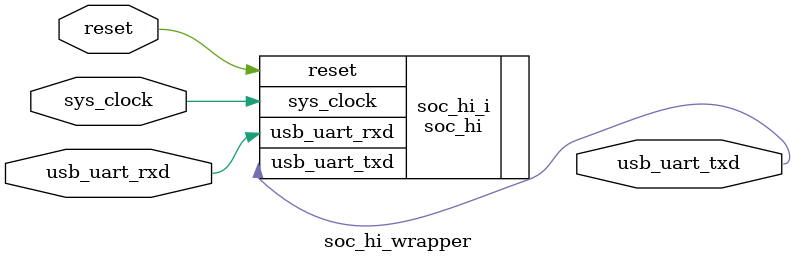
<source format=v>
`timescale 1 ps / 1 ps

module soc_hi_wrapper
   (reset,
    sys_clock,
    usb_uart_rxd,
    usb_uart_txd);
  input reset;
  input sys_clock;
  input usb_uart_rxd;
  output usb_uart_txd;

  wire reset;
  wire sys_clock;
  wire usb_uart_rxd;
  wire usb_uart_txd;

  soc_hi soc_hi_i
       (.reset(reset),
        .sys_clock(sys_clock),
        .usb_uart_rxd(usb_uart_rxd),
        .usb_uart_txd(usb_uart_txd));
endmodule

</source>
